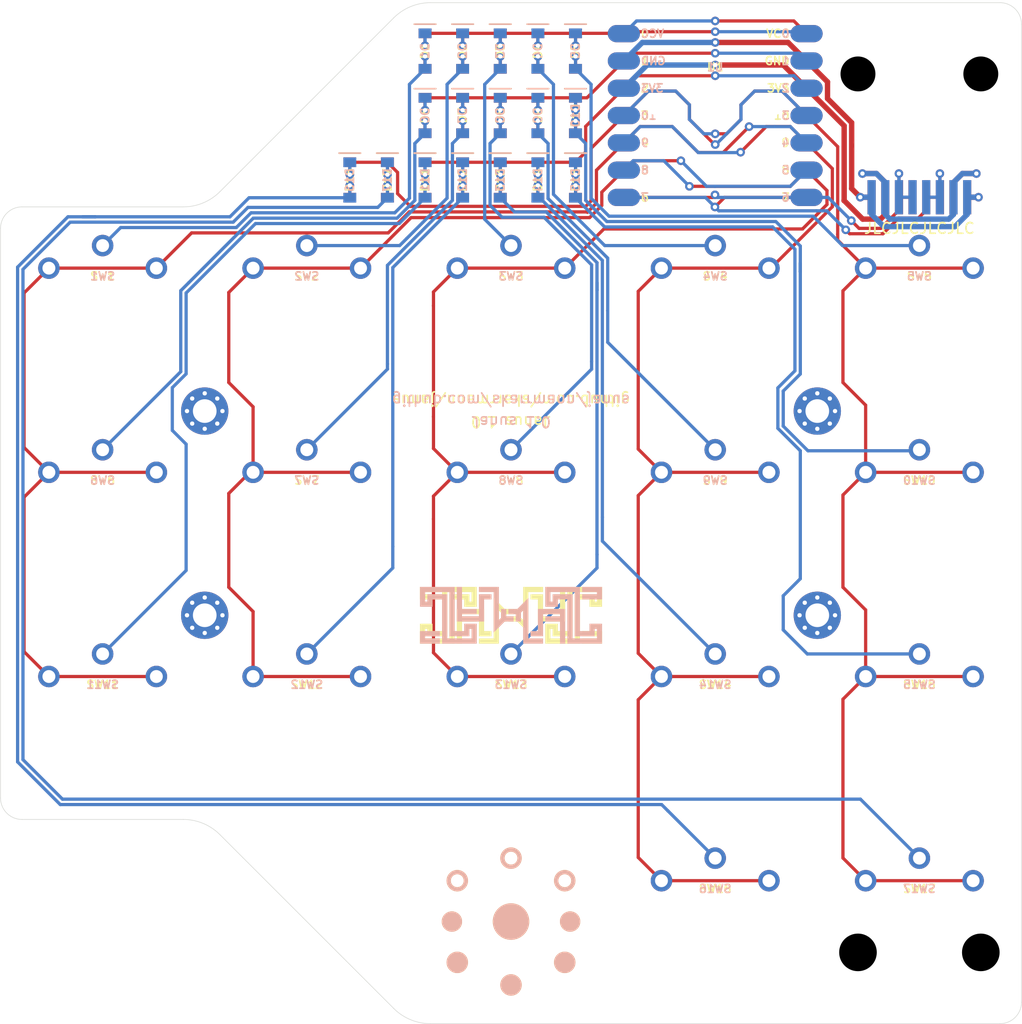
<source format=kicad_pcb>
(kicad_pcb (version 20211014) (generator pcbnew)
  (title_block (title "Janus") (date "2022-06-24") (rev "1.0") (company "skarrmann"))
  (layers (0 "F.Cu" signal) (31 "B.Cu" signal) (34 "B.Paste" user) (35 "F.Paste" user) (36 "B.SilkS" user "B.Silkscreen") (37 "F.SilkS" user "F.Silkscreen") (38 "B.Mask" user) (39 "F.Mask" user) (44 "Edge.Cuts" user))
  (net 0 "")
  (net 1 "Net-(D1-Pad2)")
  (net 2 "ROW1")
  (net 3 "Net-(D2-Pad2)")
  (net 4 "Net-(D3-Pad2)")
  (net 5 "Net-(D4-Pad2)")
  (net 6 "Net-(D5-Pad2)")
  (net 7 "Net-(D6-Pad2)")
  (net 8 "Net-(D7-Pad2)")
  (net 9 "ROW2")
  (net 10 "Net-(D8-Pad2)")
  (net 11 "Net-(D9-Pad2)")
  (net 12 "Net-(D10-Pad2)")
  (net 13 "Net-(D11-Pad2)")
  (net 14 "Net-(D12-Pad2)")
  (net 15 "Net-(D13-Pad2)")
  (net 16 "ROW3")
  (net 17 "Net-(D14-Pad2)")
  (net 18 "Net-(D15-Pad2)")
  (net 19 "Net-(D16-Pad2)")
  (net 20 "Net-(D17-Pad2)")
  (net 23 "ROW4")
  (net 26 "VCC")
  (net 27 "unconnected-(U1-Pad14)")
  (net 28 "GND")
  (net 29 "COL1")
  (net 30 "COL2")
  (net 31 "COL3")
  (net 32 "COL4")
  (net 33 "COL5")
  (net 34 "TX")
  (net 35 "RX")
  (footprint "janus-footprints:XIAO-RP2040_Reversible" (layer "F.Cu") (at 167.5 48)
    (fp_text reference "U1")
    (fp_text value "XIAO RP2040")
  )
  (footprint "janus-footprints:Mount_M2" (layer "F.Cu") (at 120 105)
    (fp_text reference "H3" hide)
    (fp_text value "Hole_Pad" hide)
  )
  (footprint "janus-footprints:Mount_M2" (layer "F.Cu") (at 177 105)
    (fp_text reference "H4" hide)
    (fp_text value "Hole_Pad" hide)
  )
  (footprint "janus-footprints:Mount_M2" (layer "F.Cu") (at 120 86)
    (fp_text reference "H1" hide)
    (fp_text value "Hole_Pad" hide)
  )
  (footprint "janus-footprints:Mount_M2" (layer "F.Cu") (at 177 86)
    (fp_text reference "H2" hide)
    (fp_text value "Hole_Pad" hide)
  )
  (footprint "janus-footprints:SW_Choc_V1_Reversible" (layer "F.Cu") (at 110.5 76.5)
    (fp_text reference "SW1")
    (fp_text value "SW_Push")
  )
  (footprint "janus-footprints:SW_Choc_V1_Reversible" (layer "F.Cu") (at 129.5 76.5)
    (fp_text reference "SW2")
    (fp_text value "SW_Push")
  )
  (footprint "janus-footprints:SW_Choc_V1_Reversible" (layer "F.Cu") (at 148.5 76.5)
    (fp_text reference "SW3")
    (fp_text value "SW_Push")
  )
  (footprint "janus-footprints:SW_Choc_V1_Reversible" (layer "F.Cu") (at 167.5 76.5)
    (fp_text reference "SW4")
    (fp_text value "SW_Push")
  )
  (footprint "janus-footprints:SW_Choc_V1_Reversible" (layer "F.Cu") (at 186.5 76.5)
    (fp_text reference "SW5")
    (fp_text value "SW_Push")
  )
  (footprint "janus-footprints:SW_Choc_V1_Reversible" (layer "F.Cu") (at 110.5 95.5)
    (fp_text reference "SW6")
    (fp_text value "SW_Push")
  )
  (footprint "janus-footprints:SW_Choc_V1_Reversible" (layer "F.Cu") (at 129.5 95.5)
    (fp_text reference "SW7")
    (fp_text value "SW_Push")
  )
  (footprint "janus-footprints:SW_Choc_V1_Reversible" (layer "F.Cu") (at 148.5 95.5)
    (fp_text reference "SW8")
    (fp_text value "SW_Push")
  )
  (footprint "janus-footprints:SW_Choc_V1_Reversible" (layer "F.Cu") (at 167.5 95.5)
    (fp_text reference "SW9")
    (fp_text value "SW_Push")
  )
  (footprint "janus-footprints:SW_Choc_V1_Reversible" (layer "F.Cu") (at 186.5 95.5)
    (fp_text reference "SW10")
    (fp_text value "SW_Push")
  )
  (footprint "janus-footprints:SW_Choc_V1_Reversible" (layer "F.Cu") (at 110.5 114.5)
    (fp_text reference "SW11")
    (fp_text value "SW_Push")
  )
  (footprint "janus-footprints:SW_Choc_V1_Reversible" (layer "F.Cu") (at 129.5 114.5)
    (fp_text reference "SW12")
    (fp_text value "SW_Push")
  )
  (footprint "janus-footprints:SW_Choc_V1_Reversible" (layer "F.Cu") (at 148.5 114.5)
    (fp_text reference "SW13")
    (fp_text value "SW_Push")
  )
  (footprint "janus-footprints:SW_Choc_V1_Reversible" (layer "F.Cu") (at 167.5 114.5)
    (fp_text reference "SW14")
    (fp_text value "SW_Push")
  )
  (footprint "janus-footprints:SW_Choc_V1_Reversible" (layer "F.Cu") (at 186.5 114.5)
    (fp_text reference "SW15")
    (fp_text value "SW_Push")
  )
  (footprint "janus-footprints:SW_Choc_V1_Reversible" (layer "F.Cu") (at 167.5 133.5)
    (fp_text reference "SW16")
    (fp_text value "SW_Push")
  )
  (footprint "janus-footprints:SW_Choc_V1_Reversible" (layer "F.Cu") (at 186.5 133.5)
    (fp_text reference "SW17")
    (fp_text value "SW_Push")
  )
  (footprint "janus-footprints:Logo_Janus" (layer "F.Cu") (at 148.5 105 -45)
    (fp_text reference "LOGO1" hide)
    (fp_text value "Logo-Bottom" hide)
  )
  (footprint "janus-footprints:Cutout_SW_Choc_Full" (layer "F.Cu") (at 186.5 57.5 180)
    (fp_text reference "CUTOUT2" hide)
    (fp_text value "Cutout-Choc_Full")
  )
  (footprint "janus-footprints:Cutout_SW_Choc_Full" (layer "F.Cu") (at 167.5 57.5 180)
    (fp_text reference "CUTOUT1" hide)
    (fp_text value "Cutout-Choc_Full")
  )
  (footprint "janus-footprints:Cutout_SW_Choc_Pads" (layer "F.Cu") (at 129.5 114.5 180)
    (fp_text reference "CUTOUT14" hide)
    (fp_text value "Cutout")
  )
  (footprint "janus-footprints:Cutout_SW_Choc_Pads" (layer "F.Cu") (at 167.5 76.5 180)
    (fp_text reference "CUTOUT6" hide)
    (fp_text value "Cutout-Choc")
  )
  (footprint "janus-footprints:D_SOD-123_Reversible" (layer "F.Cu") (at 147.5 58.5 -90)
    (fp_text reference "D8")
    (fp_text value "D" hide)
  )
  (footprint "janus-footprints:Cutout_SW_Choc_Pads" (layer "F.Cu") (at 129.5 95.5 180)
    (fp_text reference "CUTOUT9" hide)
    (fp_text value "Cutout-Choc")
  )
  (footprint "janus-footprints:D_SOD-123_Reversible" (layer "F.Cu") (at 144 52.5 -90)
    (fp_text reference "D2")
    (fp_text value "D" hide)
  )
  (footprint "janus-footprints:D_SOD-123_Reversible" (layer "F.Cu") (at 151 52.5 -90)
    (fp_text reference "D4")
    (fp_text value "D" hide)
  )
  (footprint "janus-footprints:D_SOD-123_Reversible" (layer "F.Cu") (at 154.5 64.5 -90)
    (fp_text reference "D15")
    (fp_text value "D" hide)
  )
  (footprint "janus-footprints:Cutout_SW_Choc_Pads" (layer "F.Cu") (at 129.5 76.5 180)
    (fp_text reference "CUTOUT4" hide)
    (fp_text value "Cutout-Choc")
  )
  (footprint "janus-footprints:Cutout_8P8C_SMT" (layer "F.Cu") (at 186.5 124.9)
    (fp_text reference "CUTOUT18" hide)
    (fp_text value "Cutout-8P8C")
  )
  (footprint "janus-footprints:Cutout_SW_Choc_Pads" (layer "F.Cu") (at 110.5 76.5 180)
    (fp_text reference "CUTOUT3" hide)
    (fp_text value "Cutout-Choc")
  )
  (footprint "janus-footprints:Cutout_SW_Choc_Pads" (layer "F.Cu") (at 110.5 114.5 180)
    (fp_text reference "CUTOUT13" hide)
    (fp_text value "Cutout-Choc")
  )
  (footprint "janus-footprints:D_SOD-123_Reversible" (layer "F.Cu") (at 144 64.5 -90)
    (fp_text reference "D12")
    (fp_text value "D" hide)
  )
  (footprint "janus-footprints:D_SOD-123_Reversible" (layer "F.Cu") (at 133.5 64.5 -90)
    (fp_text reference "D16")
    (fp_text value "D" hide)
  )
  (footprint "janus-footprints:Cutout_SW_Choc_Pads" (layer "F.Cu") (at 167.5 114.5 180)
    (fp_text reference "CUTOUT16" hide)
    (fp_text value "Cutout-Choc")
  )
  (footprint "janus-footprints:Cutout_SW_Choc_Pads" (layer "F.Cu") (at 167.5 95.5 180)
    (fp_text reference "CUTOUT11" hide)
    (fp_text value "Cutout-Choc")
  )
  (footprint "janus-footprints:D_SOD-123_Reversible" (layer "F.Cu") (at 151 64.5 -90)
    (fp_text reference "D14")
    (fp_text value "D" hide)
  )
  (footprint "janus-footprints:D_SOD-123_Reversible" (layer "F.Cu") (at 151 58.5 -90)
    (fp_text reference "D9")
    (fp_text value "D" hide)
  )
  (footprint "janus-footprints:Cutout_SW_Choc_Pads" (layer "F.Cu") (at 148.5 76.5 180)
    (fp_text reference "CUTOUT5" hide)
    (fp_text value "Cutout-Choc")
  )
  (footprint "janus-footprints:D_SOD-123_Reversible" (layer "F.Cu") (at 154.5 58.5 -90)
    (fp_text reference "D10")
    (fp_text value "D" hide)
  )
  (footprint "janus-footprints:D_SOD-123_Reversible" (layer "F.Cu") (at 154.5 52.5 -90)
    (fp_text reference "D5")
    (fp_text value "D" hide)
  )
  (footprint "janus-footprints:8P8C_SMT_Double_Sided" (layer "F.Cu") (at 186.5 66.1 180)
    (fp_text reference "J1")
    (fp_text value "8P8C Double Sided")
  )
  (footprint "janus-footprints:D_SOD-123_Reversible" (layer "F.Cu") (at 147.5 52.5 -90)
    (fp_text reference "D3")
    (fp_text value "D" hide)
  )
  (footprint "janus-footprints:Cutout_SW_Choc_Pads" (layer "F.Cu") (at 186.5 76.5 180)
    (fp_text reference "CUTOUT7" hide)
    (fp_text value "Cutout-Choc")
  )
  (footprint "janus-footprints:D_SOD-123_Reversible" (layer "F.Cu") (at 140.5 52.5 -90)
    (fp_text reference "D1")
    (fp_text value "D" hide)
  )
  (footprint "janus-footprints:D_SOD-123_Reversible" (layer "F.Cu") (at 140.5 64.5 -90)
    (fp_text reference "D11")
    (fp_text value "D" hide)
  )
  (footprint "janus-footprints:D_SOD-123_Reversible" (layer "F.Cu") (at 147.5 64.5 -90)
    (fp_text reference "D13")
    (fp_text value "D" hide)
  )
  (footprint "janus-footprints:Cutout_SW_Choc_Pads" (layer "F.Cu") (at 148.5 114.5 180)
    (fp_text reference "CUTOUT15" hide)
    (fp_text value "Cutout-Choc")
  )
  (footprint "janus-footprints:D_SOD-123_Reversible" (layer "F.Cu") (at 140.5 58.5 -90)
    (fp_text reference "D6")
    (fp_text value "D" hide)
  )
  (footprint "janus-footprints:D_SOD-123_Reversible" (layer "F.Cu") (at 137 64.5 -90)
    (fp_text reference "D17")
    (fp_text value "D" hide)
  )
  (footprint "janus-footprints:Cutout_SW_Choc_Pads" (layer "F.Cu") (at 186.5 95.5 180)
    (fp_text reference "CUTOUT12" hide)
    (fp_text value "Cutout-Choc")
  )
  (footprint "janus-footprints:Cutout_SW_Choc_Pads" (layer "F.Cu") (at 148.5 95.5 180)
    (fp_text reference "CUTOUT10" hide)
    (fp_text value "Cutout-Choc")
  )
  (footprint "janus-footprints:Logo_Janus_Choc_Footprint" (layer "F.Cu") (at 148.5 133.5)
    (fp_text reference "LOGO3" hide)
    (fp_text value "Footprint-Top" hide)
  )
  (footprint "janus-footprints:Cutout_SW_Choc_Pads" (layer "F.Cu") (at 110.5 95.5 180)
    (fp_text reference "CUTOUT8" hide)
    (fp_text value "Cutout-Choc")
  )
  (footprint "janus-footprints:D_SOD-123_Reversible" (layer "F.Cu") (at 144 58.5 -90)
    (fp_text reference "D7")
    (fp_text value "D" hide)
  )
  (footprint "janus-footprints:Cutout_SW_Choc_Pads" (layer "F.Cu") (at 186.5 114.5 180)
    (fp_text reference "CUTOUT17" hide)
    (fp_text value "Cutout-Choc")
  )
  (footprint "janus-footprints:Logo_Janus" (layer "B.Cu") (at 148.5 105 45)
    (fp_text reference "LOGO2" hide)
    (fp_text value "Logo-Top" hide)
  )
  (footprint "janus-footprints:Logo_Janus_Choc_Footprint" (layer "B.Cu") (at 148.5 133.5 180)
    (fp_text reference "LOGO4" hide)
    (fp_text value "Footprint-Bottom" hide)
  )
  (gr_line (start 101 122) (end 101 69) (layer "Edge.Cuts") (width 0.05))
  (gr_line (start 141 48) (end 194 48) (layer "Edge.Cuts") (width 0.05))
  (gr_line (start 121.414214 125.414214) (end 137.585786 141.585786) (layer "Edge.Cuts") (width 0.05))
  (gr_line (start 196 50) (end 196 141) (layer "Edge.Cuts") (width 0.05))
  (gr_arc (start 141 143) (mid 139.152241 142.632457) (end 137.585786 141.585786) (layer "Edge.Cuts") (width 0.05))
  (gr_arc (start 137.585786 49.414214) (mid 139.152241 48.367542) (end 141 48) (layer "Edge.Cuts") (width 0.05))
  (gr_line (start 103 124) (end 118 124) (layer "Edge.Cuts") (width 0.05))
  (gr_arc (start 194 48) (mid 195.414214 48.585786) (end 196 50) (layer "Edge.Cuts") (width 0.05))
  (gr_line (start 103 67) (end 118 67) (layer "Edge.Cuts") (width 0.05))
  (gr_line (start 137.585786 49.414214) (end 121.414214 65.585786) (layer "Edge.Cuts") (width 0.05))
  (gr_arc (start 196 141) (mid 195.414214 142.414214) (end 194 143) (layer "Edge.Cuts") (width 0.05))
  (gr_line (start 194 143) (end 141 143) (layer "Edge.Cuts") (width 0.05))
  (gr_arc (start 103 124) (mid 101.585786 123.414214) (end 101 122) (layer "Edge.Cuts") (width 0.05))
  (gr_arc (start 118 124) (mid 119.847759 124.367543) (end 121.414214 125.414214) (layer "Edge.Cuts") (width 0.05))
  (gr_arc (start 121.414214 65.585786) (mid 119.847759 66.632457) (end 118 67) (layer "Edge.Cuts") (width 0.05))
  (gr_arc (start 101 69) (mid 101.585786 67.585786) (end 103 67) (layer "Edge.Cuts") (width 0.05))
  (gr_text "Janus 1.0" (at 148.5 87 180) (layer "B.SilkS") (effects (font (size 1 1)) (justify mirror)))
  (gr_text "github.com/skarrmann/janus" (at 148.5 85 -180) (layer "B.SilkS") (effects (font (size 1 1)) (justify mirror)))
  (gr_text "JLCJLCJLCJLC" (at 186.5 69) (layer "F.SilkS") (effects (font (size 1 1))))
  (gr_text "github.com/skarrmann/janus" (at 148.5 85 180) (layer "F.SilkS") (effects (font (size 1 1))))
  (gr_text "Janus 1.0" (at 148.5 87 -180) (layer "F.SilkS") (effects (font (size 1 1))))
  (segment (start 140.5 54.15) (end 140.5 53) (width 0.3) (layer "F.Cu") (net 1))
  (via (at 140.5 53) (size 0.8) (drill 0.4) (layers "F.Cu" "B.Cu") (net 1))
  (segment (start 139.050969 66.186175) (end 137.687144 67.55) (width 0.3) (layer "B.Cu") (net 1))
  (segment (start 137.687144 67.55) (end 124.3125 67.55) (width 0.3) (layer "B.Cu") (net 1))
  (segment (start 122.941051 68.921449) (end 112.178551 68.921449) (width 0.3) (layer "B.Cu") (net 1))
  (segment (start 139.050969 55.599031) (end 139.050969 66.186175) (width 0.3) (layer "B.Cu") (net 1))
  (segment (start 140.5 54.15) (end 139.050969 55.599031) (width 0.3) (layer "B.Cu") (net 1))
  (segment (start 124.3125 67.55) (end 122.941051 68.921449) (width 0.3) (layer "B.Cu") (net 1))
  (segment (start 112.178551 68.921449) (end 110.5 70.6) (width 0.3) (layer "B.Cu") (net 1))
  (segment (start 140.5 53) (end 140.5 54.15) (width 0.3) (layer "B.Cu") (net 1))
  (segment (start 144 50.85) (end 144 52) (width 0.3) (layer "F.Cu") (net 2))
  (segment (start 154.5 50.85) (end 154.5 52) (width 0.3) (layer "F.Cu") (net 2))
  (segment (start 159.18 50.7) (end 159 50.88) (width 0.3) (layer "F.Cu") (net 2))
  (segment (start 147.5 50.85) (end 147.5 52) (width 0.3) (layer "F.Cu") (net 2))
  (segment (start 140.5 50.85) (end 140.5 52) (width 0.3) (layer "F.Cu") (net 2))
  (segment (start 167.5 50.7) (end 159.18 50.7) (width 0.3) (layer "F.Cu") (net 2))
  (segment (start 159 50.88) (end 158.97 50.85) (width 0.3) (layer "F.Cu") (net 2))
  (segment (start 158.97 50.85) (end 154.5 50.85) (width 0.3) (layer "F.Cu") (net 2))
  (segment (start 154.5 50.85) (end 140.5 50.85) (width 0.3) (layer "F.Cu") (net 2))
  (segment (start 151 50.85) (end 151 52) (width 0.3) (layer "F.Cu") (net 2))
  (via (at 144 52) (size 0.8) (drill 0.4) (layers "F.Cu" "B.Cu") (net 2))
  (via (at 154.5 52) (size 0.8) (drill 0.4) (layers "F.Cu" "B.Cu") (net 2))
  (via (at 167.5 50.7) (size 0.8) (drill 0.4) (layers "F.Cu" "B.Cu") (net 2))
  (via (at 151 52) (size 0.8) (drill 0.4) (layers "F.Cu" "B.Cu") (net 2))
  (via (at 140.5 52) (size 0.8) (drill 0.4) (layers "F.Cu" "B.Cu") (net 2))
  (via (at 147.5 52) (size 0.8) (drill 0.4) (layers "F.Cu" "B.Cu") (net 2))
  (segment (start 175.82 50.7) (end 176 50.88) (width 0.3) (layer "B.Cu") (net 2))
  (segment (start 167.5 50.7) (end 175.82 50.7) (width 0.3) (layer "B.Cu") (net 2))
  (segment (start 144 52) (end 144 50.85) (width 0.3) (layer "B.Cu") (net 2))
  (segment (start 151 52) (end 151 50.85) (width 0.3) (layer "B.Cu") (net 2))
  (segment (start 140.5 52) (end 140.5 50.85) (width 0.3) (layer "B.Cu") (net 2))
  (segment (start 154.5 52) (end 154.5 50.85) (width 0.3) (layer "B.Cu") (net 2))
  (segment (start 147.5 52) (end 147.5 50.85) (width 0.3) (layer "B.Cu") (net 2))
  (segment (start 144 54.15) (end 144 53) (width 0.3) (layer "F.Cu") (net 3))
  (via (at 144 53) (size 0.8) (drill 0.4) (layers "F.Cu" "B.Cu") (net 3))
  (segment (start 129.5 70.6) (end 138.137144 70.6) (width 0.3) (layer "B.Cu") (net 3))
  (segment (start 142.55097 55.59903) (end 142.55097 66.186174) (width 0.3) (layer "B.Cu") (net 3))
  (segment (start 144 53) (end 144 54.15) (width 0.3) (layer "B.Cu") (net 3))
  (segment (start 142.55097 66.186174) (end 138.806072 69.931072) (width 0.3) (layer "B.Cu") (net 3))
  (segment (start 138.137144 70.6) (end 138.806072 69.931072) (width 0.3) (layer "B.Cu") (net 3))
  (segment (start 144 54.15) (end 142.55097 55.59903) (width 0.3) (layer "B.Cu") (net 3))
  (segment (start 147.5 54.15) (end 147.5 53) (width 0.3) (layer "F.Cu") (net 4))
  (via (at 147.5 53) (size 0.8) (drill 0.4) (layers "F.Cu" "B.Cu") (net 4))
  (segment (start 147.5 53) (end 147.5 54.15) (width 0.3) (layer "B.Cu") (net 4))
  (segment (start 146.05097 67.24278) (end 146.05097 68.15097) (width 0.3) (layer "B.Cu") (net 4))
  (segment (start 147.5 54.15) (end 146.05097 55.59903) (width 0.3) (layer "B.Cu") (net 4))
  (segment (start 146.05097 55.59903) (end 146.05097 67.24278) (width 0.3) (layer "B.Cu") (net 4))
  (segment (start 146.05097 68.15097) (end 148.5 70.6) (width 0.3) (layer "B.Cu") (net 4))
  (segment (start 151 54.15) (end 151 53) (width 0.3) (layer "F.Cu") (net 5))
  (via (at 151 53) (size 0.8) (drill 0.4) (layers "F.Cu" "B.Cu") (net 5))
  (segment (start 151 53) (end 151 54.15) (width 0.3) (layer "B.Cu") (net 5))
  (segment (start 152.44903 65.83222) (end 157.21681 70.6) (width 0.3) (layer "B.Cu") (net 5))
  (segment (start 152.44903 55.59903) (end 152.44903 65.83222) (width 0.3) (layer "B.Cu") (net 5))
  (segment (start 151 54.15) (end 152.44903 55.59903) (width 0.3) (layer "B.Cu") (net 5))
  (segment (start 157.21681 70.6) (end 167.5 70.6) (width 0.3) (layer "B.Cu") (net 5))
  (segment (start 154.5 54.15) (end 154.5 53) (width 0.3) (layer "F.Cu") (net 6))
  (via (at 154.5 53) (size 0.8) (drill 0.4) (layers "F.Cu" "B.Cu") (net 6))
  (segment (start 155.949031 66.193091) (end 155.949031 55.599031) (width 0.3) (layer "B.Cu") (net 6))
  (segment (start 157.622271 67.866331) (end 155.949031 66.193091) (width 0.3) (layer "B.Cu") (net 6))
  (segment (start 155.949031 55.599031) (end 154.5 54.15) (width 0.3) (layer "B.Cu") (net 6))
  (segment (start 154.5 53) (end 154.5 54.15) (width 0.3) (layer "B.Cu") (net 6))
  (segment (start 176.610081 67.866331) (end 157.622271 67.866331) (width 0.3) (layer "B.Cu") (net 6))
  (segment (start 179.34375 70.6) (end 176.610081 67.866331) (width 0.3) (layer "B.Cu") (net 6))
  (segment (start 186.5 70.6) (end 179.34375 70.6) (width 0.3) (layer "B.Cu") (net 6))
  (segment (start 140.5 60.15) (end 140.5 59) (width 0.3) (layer "F.Cu") (net 7))
  (via (at 140.5 59) (size 0.8) (drill 0.4) (layers "F.Cu" "B.Cu") (net 7))
  (segment (start 139.550489 61.099511) (end 139.550489 66.393083) (width 0.3) (layer "B.Cu") (net 7))
  (segment (start 124.519606 68.05) (end 118.509803 74.059803) (width 0.3) (layer "B.Cu") (net 7))
  (segment (start 139.550489 66.393083) (end 137.893572 68.05) (width 0.3) (layer "B.Cu") (net 7))
  (segment (start 117.76875 74.800856) (end 117.76875 82.33125) (width 0.3) (layer "B.Cu") (net 7))
  (segment (start 117.76875 82.33125) (end 110.5 89.6) (width 0.3) (layer "B.Cu") (net 7))
  (segment (start 137.893572 68.05) (end 124.519606 68.05) (width 0.3) (layer "B.Cu") (net 7))
  (segment (start 140.5 59) (end 140.5 60.15) (width 0.3) (layer "B.Cu") (net 7))
  (segment (start 118.509803 74.059803) (end 117.76875 74.800856) (width 0.3) (layer "B.Cu") (net 7))
  (segment (start 140.5 60.15) (end 139.550489 61.099511) (width 0.3) (layer "B.Cu") (net 7))
  (segment (start 144 60.15) (end 144 59) (width 0.3) (layer "F.Cu") (net 8))
  (via (at 144 59) (size 0.8) (drill 0.4) (layers "F.Cu" "B.Cu") (net 8))
  (segment (start 137 82.1) (end 137 81.61875) (width 0.3) (layer "B.Cu") (net 8))
  (segment (start 144 59) (end 144 60.15) (width 0.3) (layer "B.Cu") (net 8))
  (segment (start 137.000001 72.443571) (end 137 81.61875) (width 0.3) (layer "B.Cu") (net 8))
  (segment (start 143.050489 66.393083) (end 137.000001 72.443571) (width 0.3) (layer "B.Cu") (net 8))
  (segment (start 143.050489 61.099511) (end 143.050489 66.393083) (width 0.3) (layer "B.Cu") (net 8))
  (segment (start 129.5 89.6) (end 137 82.1) (width 0.3) (layer "B.Cu") (net 8))
  (segment (start 144 60.15) (end 143.050489 61.099511) (width 0.3) (layer "B.Cu") (net 8))
  (segment (start 147.5 56.85) (end 147.5 58) (width 0.3) (layer "F.Cu") (net 9))
  (segment (start 155.57 56.85) (end 154.5 56.85) (width 0.3) (layer "F.Cu") (net 9))
  (segment (start 159 53.42) (end 159.72 52.7) (width 0.3) (layer "F.Cu") (net 9))
  (segment (start 154.5 56.85) (end 154.5 58) (width 0.3) (layer "F.Cu") (net 9))
  (segment (start 151 56.85) (end 151 58) (width 0.3) (layer "F.Cu") (net 9))
  (segment (start 154.5 56.85) (end 140.5 56.85) (width 0.3) (layer "F.Cu") (net 9))
  (segment (start 140.5 56.85) (end 140.5 58) (width 0.3) (layer "F.Cu") (net 9))
  (segment (start 159.72 52.7) (end 167.5 52.7) (width 0.3) (layer "F.Cu") (net 9))
  (segment (start 159 53.42) (end 155.57 56.85) (width 0.3) (layer "F.Cu") (net 9))
  (segment (start 144 56.85) (end 144 58) (width 0.3) (layer "F.Cu") (net 9))
  (via (at 147.5 58) (size 0.8) (drill 0.4) (layers "F.Cu" "B.Cu") (net 9))
  (via (at 167.5 52.7) (size 0.8) (drill 0.4) (layers "F.Cu" "B.Cu") (net 9))
  (via (at 144 58) (size 0.8) (drill 0.4) (layers "F.Cu" "B.Cu") (net 9))
  (via (at 151 58) (size 0.8) (drill 0.4) (layers "F.Cu" "B.Cu") (net 9))
  (via (at 154.5 58) (size 0.8) (drill 0.4) (layers "F.Cu" "B.Cu") (net 9))
  (via (at 140.5 58) (size 0.8) (drill 0.4) (layers "F.Cu" "B.Cu") (net 9))
  (segment (start 140.5 58) (end 140.5 56.85) (width 0.3) (layer "B.Cu") (net 9))
  (segment (start 167.5 52.7) (end 175.28 52.7) (width 0.3) (layer "B.Cu") (net 9))
  (segment (start 151 58) (end 151 56.85) (width 0.3) (layer "B.Cu") (net 9))
  (segment (start 175.28 52.7) (end 176 53.42) (width 0.3) (layer "B.Cu") (net 9))
  (segment (start 144 58) (end 144 56.85) (width 0.3) (layer "B.Cu") (net 9))
  (segment (start 154.5 58) (end 154.5 56.85) (width 0.3) (layer "B.Cu") (net 9))
  (segment (start 147.5 58) (end 147.5 56.85) (width 0.3) (layer "B.Cu") (net 9))
  (segment (start 147.5 60.15) (end 147.5 59) (width 0.3) (layer "F.Cu") (net 10))
  (via (at 147.5 59) (size 0.8) (drill 0.4) (layers "F.Cu" "B.Cu") (net 10))
  (segment (start 156 81.3875) (end 156 82.1) (width 0.3) (layer "B.Cu") (net 10))
  (segment (start 151.572432 67.96875) (end 156 72.396318) (width 0.3) (layer "B.Cu") (net 10))
  (segment (start 147.66875 67.96875) (end 151.572432 67.96875) (width 0.3) (layer "B.Cu") (net 10))
  (segment (start 147.5 60.15) (end 146.550489 61.099511) (width 0.3) (layer "B.Cu") (net 10))
  (segment (start 156 82.1) (end 148.5 89.6) (width 0.3) (layer "B.Cu") (net 10))
  (segment (start 147.5 59) (end 147.5 60.15) (width 0.3) (layer "B.Cu") (net 10))
  (segment (start 146.550489 66.850489) (end 147.66875 67.96875) (width 0.3) (layer "B.Cu") (net 10))
  (segment (start 156 72.396318) (end 156 81.3875) (width 0.3) (layer "B.Cu") (net 10))
  (segment (start 146.550489 61.099511) (end 146.550489 66.850489) (width 0.3) (layer "B.Cu") (net 10))
  (segment (start 151 60.15) (end 151 59) (width 0.3) (layer "F.Cu") (net 11))
  (via (at 151 59) (size 0.8) (drill 0.4) (layers "F.Cu" "B.Cu") (net 11))
  (segment (start 151.949511 61.099511) (end 151.949511 66.224511) (width 0.3) (layer "B.Cu") (net 11))
  (segment (start 157.49904 76.65721) (end 157.49904 79.59904) (width 0.3) (layer "B.Cu") (net 11))
  (segment (start 151 59) (end 151 60.15) (width 0.3) (layer "B.Cu") (net 11))
  (segment (start 157.49904 79.59904) (end 167.5 89.6) (width 0.3) (layer "B.Cu") (net 11))
  (segment (start 157.49904 71.77404) (end 157.49904 76.65721) (width 0.3) (layer "B.Cu") (net 11))
  (segment (start 151.949511 66.224511) (end 157.49904 71.77404) (width 0.3) (layer "B.Cu") (net 11))
  (segment (start 151 60.15) (end 151.949511 61.099511) (width 0.3) (layer "B.Cu") (net 11))
  (segment (start 154.5 60.15) (end 154.5 59) (width 0.3) (layer "F.Cu") (net 12))
  (via (at 154.5 59) (size 0.8) (drill 0.4) (layers "F.Cu" "B.Cu") (net 12))
  (segment (start 173.83125 87.399144) (end 173.83125 84.1375) (width 0.3) (layer "B.Cu") (net 12))
  (segment (start 155.449511 66.399999) (end 156.443506 67.393994) (width 0.3) (layer "B.Cu") (net 12))
  (segment (start 186.5 89.6) (end 186.40625 89.69375) (width 0.3) (layer "B.Cu") (net 12))
  (segment (start 186.40625 89.69375) (end 176.125856 89.69375) (width 0.3) (layer "B.Cu") (net 12))
  (segment (start 156.443506 67.393994) (end 157.415843 68.366331) (width 0.3) (layer "B.Cu") (net 12))
  (segment (start 157.415843 68.366331) (end 173.141331 68.366331) (width 0.3) (layer "B.Cu") (net 12))
  (segment (start 175.41875 82.55) (end 175.41875 73.025) (width 0.3) (layer "B.Cu") (net 12))
  (segment (start 154.5 59) (end 154.5 60.15) (width 0.3) (layer "B.Cu") (net 12))
  (segment (start 175.41875 73.025) (end 175.41875 72.23125) (width 0.3) (layer "B.Cu") (net 12))
  (segment (start 155.449511 61.099511) (end 155.449511 66.399999) (width 0.3) (layer "B.Cu") (net 12))
  (segment (start 176.125856 89.69375) (end 173.83125 87.399144) (width 0.3) (layer "B.Cu") (net 12))
  (segment (start 154.5 60.15) (end 155.449511 61.099511) (width 0.3) (layer "B.Cu") (net 12))
  (segment (start 173.141331 68.366331) (end 175.41875 70.64375) (width 0.3) (layer "B.Cu") (net 12))
  (segment (start 173.83125 84.1375) (end 175.41875 82.55) (width 0.3) (layer "B.Cu") (net 12))
  (segment (start 175.41875 70.64375) (end 175.41875 73.025) (width 0.3) (layer "B.Cu") (net 12))
  (segment (start 140.5 66.15) (end 140.5 65) (width 0.3) (layer "F.Cu") (net 13))
  (via (at 140.5 65) (size 0.8) (drill 0.4) (layers "F.Cu" "B.Cu") (net 13))
  (segment (start 110.5 108.6) (end 118.26875 100.83125) (width 0.3) (layer "B.Cu") (net 13))
  (segment (start 140.5 65) (end 140.5 66.15) (width 0.3) (layer "B.Cu") (net 13))
  (segment (start 138.1 68.55) (end 140.5 66.15) (width 0.3) (layer "B.Cu") (net 13))
  (segment (start 118.26875 75.007962) (end 124.726712 68.55) (width 0.3) (layer "B.Cu") (net 13))
  (segment (start 118.26875 89.08125) (end 116.981678 87.794178) (width 0.3) (layer "B.Cu") (net 13))
  (segment (start 118.26875 100.83125) (end 118.26875 89.08125) (width 0.3) (layer "B.Cu") (net 13))
  (segment (start 116.981678 83.825428) (end 118.26875 82.538357) (width 0.3) (layer "B.Cu") (net 13))
  (segment (start 116.981678 87.794178) (end 116.981678 83.825428) (width 0.3) (layer "B.Cu") (net 13))
  (segment (start 124.726712 68.55) (end 138.1 68.55) (width 0.3) (layer "B.Cu") (net 13))
  (segment (start 118.26875 82.538357) (end 118.26875 75.007962) (width 0.3) (layer "B.Cu") (net 13))
  (segment (start 144 66.15) (end 144 65) (width 0.3) (layer "F.Cu") (net 14))
  (via (at 144 65) (size 0.8) (drill 0.4) (layers "F.Cu" "B.Cu") (net 14))
  (segment (start 137.49952 72.65048) (end 137.49952 98.60577) (width 0.3) (layer "B.Cu") (net 14))
  (segment (start 137.49952 100.60048) (end 129.5 108.6) (width 0.3) (layer "B.Cu") (net 14))
  (segment (start 137.49952 98.60577) (end 137.49952 100.60048) (width 0.3) (layer "B.Cu") (net 14))
  (segment (start 144 66.15) (end 137.49952 72.65048) (width 0.3) (layer "B.Cu") (net 14))
  (segment (start 144 65) (end 144 66.15) (width 0.3) (layer "B.Cu") (net 14))
  (segment (start 147.5 66.15) (end 147.5 65) (width 0.3) (layer "F.Cu") (net 15))
  (via (at 147.5 65) (size 0.8) (drill 0.4) (layers "F.Cu" "B.Cu") (net 15))
  (segment (start 147.5 66.15) (end 148.81875 67.46875) (width 0.3) (layer "B.Cu") (net 15))
  (segment (start 147.5 65.79375) (end 147.5 66.15) (width 0.3) (layer "B.Cu") (net 15))
  (segment (start 156.5 72.189212) (end 156.5 74.74375) (width 0.3) (layer "B.Cu") (net 15))
  (segment (start 156.5 99.35) (end 156.5 100.6) (width 0.3) (layer "B.Cu") (net 15))
  (segment (start 156.5 74.052942) (end 156.5 74.74375) (width 0.3) (layer "B.Cu") (net 15))
  (segment (start 156.5 74.74375) (end 156.5 99.35) (width 0.3) (layer "B.Cu") (net 15))
  (segment (start 156.5 100.6) (end 148.5 108.6) (width 0.3) (layer "B.Cu") (net 15))
  (segment (start 148.81875 67.46875) (end 151.779538 67.46875) (width 0.3) (layer "B.Cu") (net 15))
  (segment (start 151.779538 67.46875) (end 156.5 72.189212) (width 0.3) (layer "B.Cu") (net 15))
  (segment (start 147.5 65) (end 147.5 65.79375) (width 0.3) (layer "B.Cu") (net 15))
  (segment (start 155.449511 59.510489) (end 155.449511 61.900489) (width 0.3) (layer "F.Cu") (net 16))
  (segment (start 151 62.85) (end 151 64) (width 0.3) (layer "F.Cu") (net 16))
  (segment (start 154.5 62.85) (end 140.5 62.85) (width 0.3) (layer "F.Cu") (net 16))
  (segment (start 160.16 54.8) (end 159 55.96) (width 0.3) (layer "F.Cu") (net 16))
  (segment (start 159 55.96) (end 155.449511 59.510489) (width 0.3) (layer "F.Cu") (net 16))
  (segment (start 147.5 62.85) (end 147.5 64) (width 0.3) (layer "F.Cu") (net 16))
  (segment (start 144 62.85) (end 144 64) (width 0.3) (layer "F.Cu") (net 16))
  (segment (start 155.449511 61.900489) (end 154.5 62.85) (width 0.3) (layer "F.Cu") (net 16))
  (segment (start 167.5 54.8) (end 160.16 54.8) (width 0.3) (layer "F.Cu") (net 16))
  (segment (start 154.5 62.85) (end 154.5 64) (width 0.3) (layer "F.Cu") (net 16))
  (segment (start 140.5 62.85) (end 140.5 64) (width 0.3) (layer "F.Cu") (net 16))
  (via (at 167.5 54.8) (size 0.8) (drill 0.4) (layers "F.Cu" "B.Cu") (net 16))
  (via (at 154.5 64) (size 0.8) (drill 0.4) (layers "F.Cu" "B.Cu") (net 16))
  (via (at 144 64) (size 0.8) (drill 0.4) (layers "F.Cu" "B.Cu") (net 16))
  (via (at 147.5 64) (size 0.8) (drill 0.4) (layers "F.Cu" "B.Cu") (net 16))
  (via (at 151 64) (size 0.8) (drill 0.4) (layers "F.Cu" "B.Cu") (net 16))
  (via (at 140.5 64) (size 0.8) (drill 0.4) (layers "F.Cu" "B.Cu") (net 16))
  (segment (start 167.5 54.8) (end 174.84 54.8) (width 0.3) (layer "B.Cu") (net 16))
  (segment (start 140.5 64) (end 140.5 62.85) (width 0.3) (layer "B.Cu") (net 16))
  (segment (start 144 64) (end 144 62.85) (width 0.3) (layer "B.Cu") (net 16))
  (segment (start 174.84 54.8) (end 176 55.96) (width 0.3) (layer "B.Cu") (net 16))
  (segment (start 151 64) (end 151 62.85) (width 0.3) (layer "B.Cu") (net 16))
  (segment (start 154.5 64) (end 154.5 62.85) (width 0.3) (layer "B.Cu") (net 16))
  (segment (start 147.5 64) (end 147.5 62.85) (width 0.3) (layer "B.Cu") (net 16))
  (segment (start 151 66.15) (end 151 65) (width 0.3) (layer "F.Cu") (net 17))
  (via (at 151 65) (size 0.8) (drill 0.4) (layers "F.Cu" "B.Cu") (net 17))
  (segment (start 151 65) (end 151 66.15) (width 0.3) (layer "B.Cu") (net 17))
  (segment (start 151.167894 66.15) (end 156.99952 71.981626) (width 0.3) (layer "B.Cu") (net 17))
  (segment (start 156.99952 71.981626) (end 156.99952 95.88077) (width 0.3) (layer "B.Cu") (net 17))
  (segment (start 151 66.15) (end 151.167894 66.15) (width 0.3) (layer "B.Cu") (net 17))
  (segment (start 156.99952 98.09952) (end 167.5 108.6) (width 0.3) (layer "B.Cu") (net 17))
  (segment (start 156.99952 95.88077) (end 156.99952 98.09952) (width 0.3) (layer "B.Cu") (net 17))
  (segment (start 154.5 66.15) (end 154.5 65) (width 0.3) (layer "F.Cu") (net 18))
  (via (at 154.5 65) (size 0.8) (drill 0.4) (layers "F.Cu" "B.Cu") (net 18))
  (segment (start 173.83125 103.1875) (end 173.83125 106.3625) (width 0.3) (layer "B.Cu") (net 18))
  (segment (start 175.41875 101.6) (end 173.83125 103.1875) (width 0.3) (layer "B.Cu") (net 18))
  (segment (start 174.91875 70.9375) (end 174.91875 82.25625) (width 0.3) (layer "B.Cu") (net 18))
  (segment (start 173.33125 83.84375) (end 173.33125 87.60625) (width 0.3) (layer "B.Cu") (net 18))
  (segment (start 154.5 65) (end 154.5 66.156915) (width 0.3) (layer "B.Cu") (net 18))
  (segment (start 157.209415 68.866331) (end 172.847581 68.866331) (width 0.3) (layer "B.Cu") (net 18))
  (segment (start 173.33125 87.60625) (end 175.41875 89.69375) (width 0.3) (layer "B.Cu") (net 18))
  (segment (start 174.91875 82.25625) (end 173.33125 83.84375) (width 0.3) (layer "B.Cu") (net 18))
  (segment (start 154.5 66.156915) (end 157.209415 68.866331) (width 0.3) (layer "B.Cu") (net 18))
  (segment (start 172.847581 68.866331) (end 174.91875 70.9375) (width 0.3) (layer "B.Cu") (net 18))
  (segment (start 173.83125 106.3625) (end 176.06875 108.6) (width 0.3) (layer "B.Cu") (net 18))
  (segment (start 175.41875 89.69375) (end 175.41875 101.6) (width 0.3) (layer "B.Cu") (net 18))
  (segment (start 176.06875 108.6) (end 186.5 108.6) (width 0.3) (layer "B.Cu") (net 18))
  (segment (start 133.5 66.15) (end 133.5 65) (width 0.3) (layer "F.Cu") (net 19))
  (via (at 133.5 65) (size 0.8) (drill 0.4) (layers "F.Cu" "B.Cu") (net 19))
  (segment (start 124.125 66.15) (end 122.352591 67.922409) (width 0.3) (layer "B.Cu") (net 19))
  (segment (start 133.5 65) (end 133.5 66.15) (width 0.3) (layer "B.Cu") (net 19))
  (segment (start 102.5875 118.64375) (end 106.55625 122.6125) (width 0.3) (layer "B.Cu") (net 19))
  (segment (start 109.80991 67.92241) (end 108.630532 67.92241) (width 0.3) (layer "B.Cu") (net 19))
  (segment (start 107.27134 67.92241) (end 102.5875 72.60625) (width 0.3) (layer "B.Cu") (net 19))
  (segment (start 106.55625 122.6125) (end 162.5125 122.6125) (width 0.3) (layer "B.Cu") (net 19))
  (segment (start 109.80991 67.92241) (end 107.27134 67.92241) (width 0.3) (layer "B.Cu") (net 19))
  (segment (start 162.5125 122.6125) (end 163.109375 123.209375) (width 0.3) (layer "B.Cu") (net 19))
  (segment (start 163.109375 123.209375) (end 167.5 127.6) (width 0.3) (layer "B.Cu") (net 19))
  (segment (start 102.5875 72.60625) (end 102.5875 118.64375) (width 0.3) (layer "B.Cu") (net 19))
  (segment (start 122.352591 67.922409) (end 109.80991 67.92241) (width 0.3) (layer "B.Cu") (net 19))
  (segment (start 133.5 66.15) (end 124.125 66.15) (width 0.3) (layer "B.Cu") (net 19))
  (segment (start 137 66.15) (end 137 65) (width 0.3) (layer "F.Cu") (net 20))
  (via (at 137 65) (size 0.8) (drill 0.4) (layers "F.Cu" "B.Cu") (net 20))
  (segment (start 181.0125 122.1125) (end 186.5 127.6) (width 0.3) (layer "B.Cu") (net 20))
  (segment (start 137 65) (end 137 66.15) (width 0.3) (layer "B.Cu") (net 20))
  (segment (start 103.0875 118.436644) (end 106.763356 122.1125) (width 0.3) (layer "B.Cu") (net 20))
  (segment (start 124.01875 67.05) (end 122.646821 68.421929) (width 0.3) (layer "B.Cu") (net 20))
  (segment (start 106.763356 122.1125) (end 181.0125 122.1125) (width 0.3) (layer "B.Cu") (net 20))
  (segment (start 122.646821 68.421929) (end 107.478927 68.421929) (width 0.3) (layer "B.Cu") (net 20))
  (segment (start 136.1 67.05) (end 124.01875 67.05) (width 0.3) (layer "B.Cu") (net 20))
  (segment (start 137 66.15) (end 136.1 67.05) (width 0.3) (layer "B.Cu") (net 20))
  (segment (start 103.0875 72.813356) (end 103.0875 118.436644) (width 0.3) (layer "B.Cu") (net 20))
  (segment (start 107.478927 68.421929) (end 103.0875 72.813356) (width 0.3) (layer "B.Cu") (net 20))
  (segment (start 133.5 62.85) (end 133.5 64) (width 0.3) (layer "F.Cu") (net 23))
  (segment (start 139.129022 66.949511) (end 155.449511 66.949511) (width 0.3) (layer "F.Cu") (net 23))
  (segment (start 163.825479 56.225479) (end 165.100479 57.500479) (width 0.3) (layer "F.Cu") (net 23))
  (segment (start 155.949031 61.550969) (end 159 58.5) (width 0.3) (layer "F.Cu") (net 23))
  (segment (start 155.449511 66.949511) (end 155.949031 66.449991) (width 0.3) (layer "F.Cu") (net 23))
  (segment (start 161.274521 56.225479) (end 163.825479 56.225479) (width 0.3) (layer "F.Cu") (net 23))
  (segment (start 155.949031 66.449991) (end 155.949031 61.550969) (width 0.3) (layer "F.Cu") (net 23))
  (segment (start 137.949511 65.77) (end 139.129022 66.949511) (width 0.3) (layer "F.Cu") (net 23))
  (segment (start 165.100479 57.500479) (end 165.100479 58.860449) (width 0.3) (layer "F.Cu") (net 23))
  (segment (start 137 62.85) (end 133.5 62.85) (width 0.3) (layer "F.Cu") (net 23))
  (segment (start 159 58.5) (end 161.274521 56.225479) (width 0.3) (layer "F.Cu") (net 23))
  (segment (start 165.100479 58.860449) (end 167.44003 61.2) (width 0.3) (layer "F.Cu") (net 23))
  (segment (start 167.44003 61.2) (end 167.5 61.2) (width 0.3) (layer "F.Cu") (net 23))
  (segment (start 137.949511 63.799511) (end 137.949511 65.77) (width 0.3) (layer "F.Cu") (net 23))
  (segment (start 137 62.85) (end 137.949511 63.799511) (width 0.3) (layer "F.Cu") (net 23))
  (segment (start 137 62.85) (end 137 64) (width 0.3) (layer "F.Cu") (net 23))
  (via (at 133.5 64) (size 0.8) (drill 0.4) (layers "F.Cu" "B.Cu") (net 23))
  (via (at 167.5 61.2) (size 0.8) (drill 0.4) (layers "F.Cu" "B.Cu") (net 23))
  (via (at 137 64) (size 0.8) (drill 0.4) (layers "F.Cu" "B.Cu") (net 23))
  (segment (start 133.5 64) (end 133.5 62.85) (width 0.3) (layer "B.Cu") (net 23))
  (segment (start 137 64) (end 137 62.85) (width 0.3) (layer "B.Cu") (net 23))
  (segment (start 169.899521 57.500479) (end 169.899521 58.860449) (width 0.3) (layer "B.Cu") (net 23))
  (segment (start 171.174521 56.225479) (end 169.899521 57.500479) (width 0.3) (layer "B.Cu") (net 23))
  (segment (start 176 58.5) (end 173.725479 56.225479) (width 0.3) (layer "B.Cu") (net 23))
  (segment (start 173.725479 56.225479) (end 171.174521 56.225479) (width 0.3) (layer "B.Cu") (net 23))
  (segment (start 169.899521 58.860449) (end 167.55997 61.2) (width 0.3) (layer "B.Cu") (net 23))
  (segment (start 167.55997 61.2) (end 167.5 61.2) (width 0.3) (layer "B.Cu") (net 23))
  (segment (start 183.325 66.1) (end 183.325 64.725) (width 0.5) (layer "F.Cu") (net 26))
  (segment (start 189.675 66.1) (end 189.675 64.725) (width 0.5) (layer "F.Cu") (net 26))
  (segment (start 183.325 64.725) (end 182.5 63.9) (width 0.5) (layer "F.Cu") (net 26))
  (segment (start 182.884511 68.139511) (end 181.225489 68.139511) (width 0.5) (layer "F.Cu") (net 26))
  (segment (start 183.325 66.1) (end 183.325 67.699022) (width 0.5) (layer "F.Cu") (net 26))
  (segment (start 173.84 53.8) (end 176 55.96) (width 0.5) (layer "F.Cu") (net 26))
  (segment (start 179.49952 66.41162) (end 179.498559 66.412581) (width 0.5) (layer "F.Cu") (net 26))
  (segment (start 179.49952 66.413542) (end 179.49952 66.41162) (width 0.5) (layer "F.Cu") (net 26))
  (segment (start 189.675 64.725) (end 190.5 63.9) (width 0.5) (layer "F.Cu") (net 26))
  (segment (start 167.5 53.8) (end 173.84 53.8) (width 0.5) (layer "F.Cu") (net 26))
  (segment (start 191.8 63.9) (end 190.5 63.9) (width 0.5) (layer "F.Cu") (net 26))
  (segment (start 183.325 67.699022) (end 182.884511 68.139511) (width 0.5) (layer "F.Cu") (net 26))
  (segment (start 179.49952 59.45952) (end 179.49952 66.41162) (width 0.5) (layer "F.Cu") (net 26))
  (segment (start 182.5 63.9) (end 181.2 63.9) (width 0.5) (layer "F.Cu") (net 26))
  (segment (start 181.225489 68.139511) (end 179.49952 66.413542) (width 0.5) (layer "F.Cu") (net 26))
  (segment (start 176 55.96) (end 179.49952 59.45952) (width 0.5) (layer "F.Cu") (net 26))
  (via (at 181.2 63.9) (size 0.8) (drill 0.4) (layers "F.Cu" "B.Cu") (net 26))
  (via (at 167.5 53.8) (size 0.8) (drill 0.4) (layers "F.Cu" "B.Cu") (net 26))
  (via (at 191.8 63.9) (size 0.8) (drill 0.4) (layers "F.Cu" "B.Cu") (net 26))
  (segment (start 189.234511 68.139511) (end 189.675 67.699022) (width 0.5) (layer "B.Cu") (net 26))
  (segment (start 189.675 67.699022) (end 189.675 66.1) (width 0.5) (layer "B.Cu") (net 26))
  (segment (start 183.325 64.725) (end 182.5 63.9) (width 0.5) (layer "B.Cu") (net 26))
  (segment (start 183.325 66.1) (end 183.325 64.725) (width 0.5) (layer "B.Cu") (net 26))
  (segment (start 189.675 66.1) (end 189.675 64.725) (width 0.5) (layer "B.Cu") (net 26))
  (segment (start 167.5 53.8) (end 161.16 53.8) (width 0.5) (layer "B.Cu") (net 26))
  (segment (start 189.675 64.725) (end 190.5 63.9) (width 0.5) (layer "B.Cu") (net 26))
  (segment (start 190.5 63.9) (end 191.8 63.9) (width 0.5) (layer "B.Cu") (net 26))
  (segment (start 183.765489 68.139511) (end 189.234511 68.139511) (width 0.5) (layer "B.Cu") (net 26))
  (segment (start 161.16 53.8) (end 159 55.96) (width 0.5) (layer "B.Cu") (net 26))
  (segment (start 183.325 67.699022) (end 183.765489 68.139511) (width 0.5) (layer "B.Cu") (net 26))
  (segment (start 181.2 63.9) (end 182.5 63.9) (width 0.5) (layer "B.Cu") (net 26))
  (segment (start 183.325 66.1) (end 183.325 67.699022) (width 0.5) (layer "B.Cu") (net 26))
  (segment (start 174.82 49.7) (end 176 50.88) (width 0.3) (layer "F.Cu") (net 27))
  (segment (start 167.5 49.7) (end 174.82 49.7) (width 0.3) (layer "F.Cu") (net 27))
  (via (at 167.5 49.7) (size 0.8) (drill 0.4) (layers "F.Cu" "B.Cu") (net 27))
  (segment (start 160.18 49.7) (end 159 50.88) (width 0.3) (layer "B.Cu") (net 27))
  (segment (start 167.5 49.7) (end 160.18 49.7) (width 0.3) (layer "B.Cu") (net 27))
  (segment (start 180.19904 65.29904) (end 181 66.1) (width 0.5) (layer "F.Cu") (net 28))
  (segment (start 177.94952 56.92025) (end 180.19904 59.16977) (width 0.5) (layer "F.Cu") (net 28))
  (segment (start 174.28 51.7) (end 176 53.42) (width 0.5) (layer "F.Cu") (net 28))
  (segment (start 192 66.1) (end 190.945 66.1) (width 0.5) (layer "F.Cu") (net 28))
  (segment (start 167.5 51.7) (end 174.28 51.7) (width 0.5) (layer "F.Cu") (net 28))
  (segment (start 176 53.42) (end 177.94952 55.36952) (width 0.5) (layer "F.Cu") (net 28))
  (segment (start 180.19904 59.16977) (end 180.19904 65.29904) (width 0.5) (layer "F.Cu") (net 28))
  (segment (start 181 66.1) (end 182.055 66.1) (width 0.5) (layer "F.Cu") (net 28))
  (segment (start 177.94952 55.36952) (end 177.94952 56.92025) (width 0.5) (layer "F.Cu") (net 28))
  (via (at 181 66.1) (size 0.8) (drill 0.4) (layers "F.Cu" "B.Cu") (net 28))
  (via (at 167.5 51.7) (size 0.8) (drill 0.4) (layers "F.Cu" "B.Cu") (net 28))
  (via (at 192 66.1) (size 0.8) (drill 0.4) (layers "F.Cu" "B.Cu") (net 28))
  (segment (start 183.195008 68.83903) (end 182.055 67.699022) (width 0.5) (layer "B.Cu") (net 28))
  (segment (start 160.72 51.7) (end 159 53.42) (width 0.5) (layer "B.Cu") (net 28))
  (segment (start 167.5 51.7) (end 160.72 51.7) (width 0.5) (layer "B.Cu") (net 28))
  (segment (start 190.945 66.1) (end 192 66.1) (width 0.5) (layer "B.Cu") (net 28))
  (segment (start 190.945 66.1) (end 190.945 67.699022) (width 0.5) (layer "B.Cu") (net 28))
  (segment (start 181 66.1) (end 182.055 66.1) (width 0.5) (layer "B.Cu") (net 28))
  (segment (start 190.945 67.699022) (end 189.804992 68.83903) (width 0.5) (layer "B.Cu") (net 28))
  (segment (start 189.804992 68.83903) (end 183.195008 68.83903) (width 0.5) (layer "B.Cu") (net 28))
  (segment (start 182.055 67.699022) (end 182.055 66.1) (width 0.5) (layer "B.Cu") (net 28))
  (segment (start 103.1875 75.0125) (end 103.1875 89.3875) (width 0.3) (layer "F.Cu") (net 29))
  (segment (start 105.5 72.7) (end 103.1875 75.0125) (width 0.3) (layer "F.Cu") (net 29))
  (segment (start 137.071925 69.420969) (end 139.024144 67.46875) (width 0.3) (layer "F.Cu") (net 29))
  (segment (start 105.5 91.7) (end 103.1875 94.0125) (width 0.3) (layer "F.Cu") (net 29))
  (segment (start 163.5125 59.53125) (end 160.50875 59.53125) (width 0.3) (layer "F.Cu") (net 29))
  (segment (start 103.1875 108.3875) (end 105.5 110.7) (width 0.3) (layer "F.Cu") (net 29))
  (segment (start 155.575 67.46875) (end 155.60585 67.4996) (width 0.3) (layer "F.Cu") (net 29))
  (segment (start 156.448551 63.591449) (end 159 61.04) (width 0.3) (layer "F.Cu") (net 29))
  (segment (start 105.5 110.7) (end 115.5 110.7) (width 0.3) (layer "F.Cu") (net 29))
  (segment (start 103.1875 89.3875) (end 105.5 91.7) (width 0.3) (layer "F.Cu") (net 29))
  (segment (start 139.024144 67.46875) (end 155.575 67.46875) (width 0.3) (layer "F.Cu") (net 29))
  (segment (start 105.5 91.7) (end 115.5 91.7) (width 0.3) (layer "F.Cu") (net 29))
  (segment (start 155.60585 67.4996) (end 156.448551 66.656899) (width 0.3) (layer "F.Cu") (net 29))
  (segment (start 115.5 72.7) (end 118.779031 69.420969) (width 0.3) (layer "F.Cu") (net 29))
  (segment (start 156.448551 66.656899) (end 156.448551 63.591449) (width 0.3) (layer "F.Cu") (net 29))
  (segment (start 118.779031 69.420969) (end 137.071925 69.420969) (width 0.3) (layer "F.Cu") (net 29))
  (segment (start 115.5 72.7) (end 105.5 72.7) (width 0.3) (layer "F.Cu") (net 29))
  (segment (start 160.50875 59.53125) (end 159 61.04) (width 0.3) (layer "F.Cu") (net 29))
  (segment (start 168.2375 61.95) (end 165.93125 61.95) (width 0.3) (layer "F.Cu") (net 29))
  (segment (start 165.93125 61.95) (end 163.5125 59.53125) (width 0.3) (layer "F.Cu") (net 29))
  (segment (start 170.65625 59.53125) (end 168.2375 61.95) (width 0.3) (layer "F.Cu") (net 29))
  (segment (start 103.1875 94.0125) (end 103.1875 108.3875) (width 0.3) (layer "F.Cu") (net 29))
  (via (at 170.65625 59.53125) (size 0.8) (drill 0.4) (layers "F.Cu" "B.Cu") (net 29))
  (segment (start 173.0375 59.53125) (end 174.49125 59.53125) (width 0.3) (layer "B.Cu") (net 29))
  (segment (start 174.49125 59.53125) (end 176 61.04) (width 0.3) (layer "B.Cu") (net 29))
  (segment (start 173.0375 59.53125) (end 170.65625 59.53125) (width 0.3) (layer "B.Cu") (net 29))
  (segment (start 124.5 104.65625) (end 124.5 110.7) (width 0.3) (layer "F.Cu") (net 30))
  (segment (start 156.948071 66.863806) (end 155.812278 67.9996) (width 0.3) (layer "F.Cu") (net 30))
  (segment (start 156.948071 65.631929) (end 156.948071 66.863806) (width 0.3) (layer "F.Cu") (net 30))
  (segment (start 159.87375 62.70625) (end 159 63.58) (width 0.3) (layer "F.Cu") (net 30))
  (segment (start 124.5 91.7) (end 134.5 91.7) (width 0.3) (layer "F.Cu") (net 30))
  (segment (start 124.5 85.60625) (end 124.5 91.7) (width 0.3) (layer "F.Cu") (net 30))
  (segment (start 122.2375 102.39375) (end 124.5 104.65625) (width 0.3) (layer "F.Cu") (net 30))
  (segment (start 159 63.58) (end 156.948071 65.631929) (width 0.3) (layer "F.Cu") (net 30))
  (segment (start 124.5 72.7) (end 122.2375 74.9625) (width 0.3) (layer "F.Cu") (net 30))
  (segment (start 122.2375 74.9625) (end 122.2375 83.34375) (width 0.3) (layer "F.Cu") (net 30))
  (segment (start 139.2004 67.9996) (end 134.5 72.7) (width 0.3) (layer "F.Cu") (net 30))
  (segment (start 134.5 72.7) (end 124.5 72.7) (width 0.3) (layer "F.Cu") (net 30))
  (segment (start 164.30625 62.70625) (end 159.87375 62.70625) (width 0.3) (layer "F.Cu") (net 30))
  (segment (start 122.2375 83.34375) (end 124.5 85.60625) (width 0.3) (layer "F.Cu") (net 30))
  (segment (start 124.2 91.7) (end 122.2375 93.6625) (width 0.3) (layer "F.Cu") (net 30))
  (segment (start 122.2375 93.6625) (end 122.2375 102.39375) (width 0.3) (layer "F.Cu") (net 30))
  (segment (start 124.5 91.7) (end 124.2 91.7) (width 0.3) (layer "F.Cu") (net 30))
  (segment (start 124.5 110.7) (end 134.5 110.7) (width 0.3) (layer "F.Cu") (net 30))
  (segment (start 155.812278 67.9996) (end 139.2004 67.9996) (width 0.3) (layer "F.Cu") (net 30))
  (via (at 164.30625 62.70625) (size 0.8) (drill 0.4) (layers "F.Cu" "B.Cu") (net 30))
  (segment (start 166.6875 65.0875) (end 164.30625 62.70625) (width 0.3) (layer "B.Cu") (net 30))
  (segment (start 166.6875 65.0875) (end 167.48125 65.0875) (width 0.3) (layer "B.Cu") (net 30))
  (segment (start 167.48125 65.0875) (end 174.4925 65.0875) (width 0.3) (layer "B.Cu") (net 30))
  (segment (start 174.4925 65.0875) (end 176 63.58) (width 0.3) (layer "B.Cu") (net 30))
  (segment (start 141.2875 74.9125) (end 143.5 72.7) (width 0.3) (layer "F.Cu") (net 31))
  (segment (start 143.5 72.7) (end 153.5 72.7) (width 0.3) (layer "F.Cu") (net 31))
  (segment (start 165.1 65.0875) (end 174.4925 65.0875) (width 0.3) (layer "F.Cu") (net 31))
  (segment (start 141.2875 108.4875) (end 143.5 110.7) (width 0.3) (layer "F.Cu") (net 31))
  (segment (start 175.623732 69.05625) (end 177.9 66.779981) (width 0.3) (layer "F.Cu") (net 31))
  (segment (start 174.4925 65.0875) (end 176 63.58) (width 0.3) (layer "F.Cu") (net 31))
  (segment (start 141.2875 76.2) (end 141.2875 74.9125) (width 0.3) (layer "F.Cu") (net 31))
  (segment (start 143.5 110.7) (end 153.5 110.7) (width 0.3) (layer "F.Cu") (net 31))
  (segment (start 143.5 91.7) (end 153.5 91.7) (width 0.3) (layer "F.Cu") (net 31))
  (segment (start 153.5 72.7) (end 157.14375 69.05625) (width 0.3) (layer "F.Cu") (net 31))
  (segment (start 157.14375 69.05625) (end 175.623732 69.05625) (width 0.3) (layer "F.Cu") (net 31))
  (segment (start 141.2875 86.51875) (end 141.2875 89.4875) (width 0.3) (layer "F.Cu") (net 31))
  (segment (start 177.9 66.779981) (end 177.9 65.48) (width 0.3) (layer "F.Cu") (net 31))
  (segment (start 141.2875 93.9125) (end 143.5 91.7) (width 0.3) (layer "F.Cu") (net 31))
  (segment (start 141.2875 96.04375) (end 141.2875 93.9125) (width 0.3) (layer "F.Cu") (net 31))
  (segment (start 177.9 65.48) (end 176 63.58) (width 0.3) (layer "F.Cu") (net 31))
  (segment (start 141.2875 96.04375) (end 141.2875 108.4875) (width 0.3) (layer "F.Cu") (net 31))
  (segment (start 141.2875 76.2) (end 141.2875 86.51875) (width 0.3) (layer "F.Cu") (net 31))
  (segment (start 141.2875 89.4875) (end 143.5 91.7) (width 0.3) (layer "F.Cu") (net 31))
  (via (at 165.1 65.0875) (size 0.8) (drill 0.4) (layers "F.Cu" "B.Cu") (net 31))
  (segment (start 162.71875 62.70625) (end 159.87375 62.70625) (width 0.3) (layer "B.Cu") (net 31))
  (segment (start 159.87375 62.70625) (end 159 63.58) (width 0.3) (layer "B.Cu") (net 31))
  (segment (start 165.1 65.0875) (end 162.71875 62.70625) (width 0.3) (layer "B.Cu") (net 31))
  (segment (start 160.3375 93.8625) (end 160.3375 108.5375) (width 0.3) (layer "F.Cu") (net 32))
  (segment (start 160.3375 89.5375) (end 162.5 91.7) (width 0.3) (layer "F.Cu") (net 32))
  (segment (start 162.5 91.7) (end 172.5 91.7) (width 0.3) (layer "F.Cu") (net 32))
  (segment (start 178.399519 63.439519) (end 176 61.04) (width 0.3) (layer "F.Cu") (net 32))
  (segment (start 169.8625 61.9125) (end 172.24375 59.53125) (width 0.3) (layer "F.Cu") (net 32))
  (segment (start 172.5 72.7) (end 162.5 72.7) (width 0.3) (layer "F.Cu") (net 32))
  (segment (start 178.399519 66.98689) (end 178.399519 63.439519) (width 0.3) (layer "F.Cu") (net 32))
  (segment (start 174.49125 59.53125) (end 176 61.04) (width 0.3) (layer "F.Cu") (net 32))
  (segment (start 162.5 110.7) (end 160.3375 112.8625) (width 0.3) (layer "F.Cu") (net 32))
  (segment (start 160.3375 127.5375) (end 162.5 129.7) (width 0.3) (layer "F.Cu") (net 32))
  (segment (start 172.24375 59.53125) (end 174.49125 59.53125) (width 0.3) (layer "F.Cu") (net 32))
  (segment (start 162.5 129.7) (end 172.5 129.7) (width 0.3) (layer "F.Cu") (net 32))
  (segment (start 172.5 72.7) (end 172.687088 72.7) (width 0.3) (layer "F.Cu") (net 32))
  (segment (start 160.3375 112.8625) (end 160.3375 127.5375) (width 0.3) (layer "F.Cu") (net 32))
  (segment (start 160.3375 108.5375) (end 162.5 110.7) (width 0.3) (layer "F.Cu") (net 32))
  (segment (start 172.687088 72.7) (end 178.399039 66.988048) (width 0.3) (layer "F.Cu") (net 32))
  (segment (start 162.5 91.7) (end 160.3375 93.8625) (width 0.3) (layer "F.Cu") (net 32))
  (segment (start 162.5 110.7) (end 172.5 110.7) (width 0.3) (layer "F.Cu") (net 32))
  (segment (start 160.3375 74.8625) (end 160.3375 89.5375) (width 0.3) (layer "F.Cu") (net 32))
  (segment (start 162.5 72.7) (end 160.3375 74.8625) (width 0.3) (layer "F.Cu") (net 32))
  (via (at 169.8625 61.9125) (size 0.8) (drill 0.4) (layers "F.Cu" "B.Cu") (net 32))
  (segment (start 165.93125 61.95) (end 163.5125 59.53125) (width 0.3) (layer "B.Cu") (net 32))
  (segment (start 160.50875 59.53125) (end 159 61.04) (width 0.3) (layer "B.Cu") (net 32))
  (segment (start 163.5125 59.53125) (end 160.50875 59.53125) (width 0.3) (layer "B.Cu") (net 32))
  (segment (start 169.825 61.95) (end 165.93125 61.95) (width 0.3) (layer "B.Cu") (net 32))
  (segment (start 169.8625 61.9125) (end 169.825 61.95) (width 0.3) (layer "B.Cu") (net 32))
  (segment (start 176 58.5) (end 173.725479 56.225479) (width 0.3) (layer "F.Cu") (net 33))
  (segment (start 179.3875 102.39375) (end 181.5 104.50625) (width 0.3) (layer "F.Cu") (net 33))
  (segment (start 178.899039 70.099039) (end 181.5 72.7) (width 0.3) (layer "F.Cu") (net 33))
  (segment (start 181.5 85.45625) (end 181.5 91.7) (width 0.3) (layer "F.Cu") (net 33))
  (segment (start 179.3875 83.34375) (end 181.5 85.45625) (width 0.3) (layer "F.Cu") (net 33))
  (segment (start 181.5 110.7) (end 179.3875 112.8125) (width 0.3) (layer "F.Cu") (net 33))
  (segment (start 181.5 72.7) (end 179.3875 74.8125) (width 0.3) (layer "F.Cu") (net 33))
  (segment (start 181.5 72.7) (end 191.5 72.7) (width 0.3) (layer "F.Cu") (net 33))
  (segment (start 181.5 110.7) (end 191.5 110.7) (width 0.3) (layer "F.Cu") (net 33))
  (segment (start 179.3875 127.5875) (end 181.5 129.7) (width 0.3) (layer "F.Cu") (net 33))
  (segment (start 178.899039 69.542789) (end 178.899039 61.399039) (width 0.3) (layer "F.Cu") (net 33))
  (segment (start 179.3875 112.8125) (end 179.3875 127.5875) (width 0.3) (layer "F.Cu") (net 33))
  (segment (start 179.3875 74.8125) (end 179.3875 83.34375) (width 0.3) (layer "F.Cu") (net 33))
  (segment (start 171.174521 56.225479) (end 169.899521 57.500479) (width 0.3) (layer "F.Cu") (net 33))
  (segment (start 167.5 60.2) (end 168.55997 60.2) (width 0.3) (layer "F.Cu") (net 33))
  (segment (start 178.899039 61.399039) (end 176 58.5) (width 0.3) (layer "F.Cu") (net 33))
  (segment (start 181.5 91.7) (end 179.3875 93.8125) (width 0.3) (layer "F.Cu") (net 33))
  (segment (start 169.899521 57.500479) (end 169.899521 58.860449) (width 0.3) (layer "F.Cu") (net 33))
  (segment (start 178.899039 69.542789) (end 178.899039 70.099039) (width 0.3) (layer "F.Cu") (net 33))
  (segment (start 179.3875 93.8125) (end 179.3875 102.39375) (width 0.3) (layer "F.Cu") (net 33))
  (segment (start 168.55997 60.2) (end 169.899521 58.860449) (width 0.3) (layer "F.Cu") (net 33))
  (segment (start 181.5 91.7) (end 191.5 91.7) (width 0.3) (layer "F.Cu") (net 33))
  (segment (start 173.725479 56.225479) (end 171.174521 56.225479) (width 0.3) (layer "F.Cu") (net 33))
  (segment (start 181.5 129.7) (end 191.5 129.7) (width 0.3) (layer "F.Cu") (net 33))
  (segment (start 181.5 104.50625) (end 181.5 110.7) (width 0.3) (layer "F.Cu") (net 33))
  (via (at 167.5 60.2) (size 0.8) (drill 0.4) (layers "F.Cu" "B.Cu") (net 33))
  (segment (start 159 58.5) (end 161.274521 56.225479) (width 0.3) (layer "B.Cu") (net 33))
  (segment (start 167.5 60.2) (end 166.44003 60.2) (width 0.3) (layer "B.Cu") (net 33))
  (segment (start 166.44003 60.2) (end 165.100479 58.860449) (width 0.3) (layer "B.Cu") (net 33))
  (segment (start 161.274521 56.225479) (end 163.825479 56.225479) (width 0.3) (layer "B.Cu") (net 33))
  (segment (start 165.100479 57.500479) (end 165.100479 58.860449) (width 0.3) (layer "B.Cu") (net 33))
  (segment (start 163.825479 56.225479) (end 165.100479 57.500479) (width 0.3) (layer "B.Cu") (net 33))
  (segment (start 180.164176 68.279574) (end 180.884602 69) (width 0.3) (layer "F.Cu") (net 34))
  (segment (start 180.884602 69) (end 182.905 69) (width 0.3) (layer "F.Cu") (net 34))
  (segment (start 184.595 67.31) (end 182.905 69) (width 0.3) (layer "F.Cu") (net 34))
  (segment (start 159 66.12) (end 167.2425 66.12) (width 0.3) (layer "F.Cu") (net 34))
  (segment (start 167.2425 66.12) (end 167.48125 65.88125) (width 0.3) (layer "F.Cu") (net 34))
  (segment (start 185.865 66.1) (end 184.595 66.1) (width 0.3) (layer "F.Cu") (net 34))
  (segment (start 184.595 66.1) (end 184.595 67.31) (width 0.3) (layer "F.Cu") (net 34))
  (segment (start 184.595 63.9) (end 184.595 66.1) (width 0.3) (layer "F.Cu") (net 34))
  (via (at 184.595 63.9) (size 0.8) (drill 0.4) (layers "F.Cu" "B.Cu") (net 34))
  (via (at 167.48125 65.88125) (size 0.8) (drill 0.4) (layers "F.Cu" "B.Cu") (net 34))
  (via (at 180.164176 68.279574) (size 0.8) (drill 0.4) (layers "F.Cu" "B.Cu") (net 34))
  (segment (start 176 66.12) (end 167.72 66.12) (width 0.3) (layer "B.Cu") (net 34))
  (segment (start 185.865 66.1) (end 184.595 66.1) (width 0.3) (layer "B.Cu") (net 34))
  (segment (start 178.004602 66.12) (end 180.164176 68.279574) (width 0.3) (layer "B.Cu") (net 34))
  (segment (start 176 66.12) (end 178.004602 66.12) (width 0.3) (layer "B.Cu") (net 34))
  (segment (start 167.72 66.12) (end 167.48125 65.88125) (width 0.3) (layer "B.Cu") (net 34))
  (segment (start 184.595 63.9) (end 184.595 66.1) (width 0.3) (layer "B.Cu") (net 34))
  (segment (start 186.405489 68.039511) (end 184.571916 68.039511) (width 0.3) (layer "F.Cu") (net 35))
  (segment (start 176 66.12) (end 168.366214 66.12) (width 0.3) (layer "F.Cu") (net 35))
  (segment (start 183.111427 69.5) (end 184.571916 68.039511) (width 0.3) (layer "F.Cu") (net 35))
  (segment (start 180.01274 69.5) (end 183.111427 69.5) (width 0.3) (layer "F.Cu") (net 35))
  (segment (start 187.135 66.1) (end 187.135 67.31) (width 0.3) (layer "F.Cu") (net 35))
  (segment (start 179.648539 69.135799) (end 180.01274 69.5) (width 0.3) (layer "F.Cu") (net 35))
  (segment (start 187.135 67.31) (end 186.405489 68.039511) (width 0.3) (layer "F.Cu") (net 35))
  (segment (start 188.405 63.9) (end 188.405 66.1) (width 0.3) (layer "F.Cu") (net 35))
  (segment (start 187.135 66.1) (end 188.405 66.1) (width 0.3) (layer "F.Cu") (net 35))
  (segment (start 168.366214 66.12) (end 167.47634 67.009874) (width 0.3) (layer "F.Cu") (net 35))
  (via (at 167.47634 67.009874) (size 0.8) (drill 0.4) (layers "F.Cu" "B.Cu") (net 35))
  (via (at 179.648539 69.135799) (size 0.8) (drill 0.4) (layers "F.Cu" "B.Cu") (net 35))
  (via (at 188.405 63.9) (size 0.8) (drill 0.4) (layers "F.Cu" "B.Cu") (net 35))
  (segment (start 159 66.12) (end 166.586466 66.12) (width 0.3) (layer "B.Cu") (net 35))
  (segment (start 177.879071 67.366331) (end 179.648539 69.135799) (width 0.3) (layer "B.Cu") (net 35))
  (segment (start 188.405 63.9) (end 188.405 66.1) (width 0.3) (layer "B.Cu") (net 35))
  (segment (start 176.903831 67.366331) (end 177.879071 67.366331) (width 0.3) (layer "B.Cu") (net 35))
  (segment (start 176.903831 67.366331) (end 167.832797 67.366331) (width 0.3) (layer "B.Cu") (net 35))
  (segment (start 167.832797 67.366331) (end 167.47634 67.009874) (width 0.3) (layer "B.Cu") (net 35))
  (segment (start 187.135 66.1) (end 188.405 66.1) (width 0.3) (layer "B.Cu") (net 35))
  (segment (start 166.586466 66.12) (end 167.47634 67.009874) (width 0.3) (layer "B.Cu") (net 35))
)
</source>
